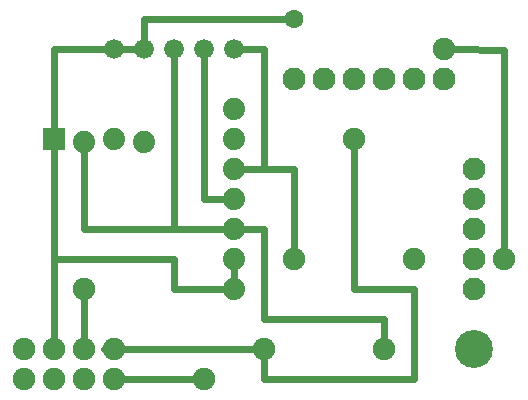
<source format=gbl>
G04 MADE WITH FRITZING*
G04 WWW.FRITZING.ORG*
G04 DOUBLE SIDED*
G04 HOLES PLATED*
G04 CONTOUR ON CENTER OF CONTOUR VECTOR*
%ASAXBY*%
%FSLAX23Y23*%
%MOIN*%
%OFA0B0*%
%SFA1.0B1.0*%
%ADD10C,0.075433*%
%ADD11C,0.075361*%
%ADD12C,0.074000*%
%ADD13C,0.075000*%
%ADD14C,0.062992*%
%ADD15C,0.066000*%
%ADD16C,0.076000*%
%ADD17C,0.126614*%
%ADD18C,0.024000*%
%ADD19R,0.001000X0.001000*%
%LNCOPPER0*%
G90*
G70*
G54D10*
X256Y400D03*
G54D11*
X56Y100D03*
X156Y100D03*
X256Y100D03*
X356Y100D03*
X356Y200D03*
X256Y200D03*
X156Y200D03*
X56Y200D03*
G54D12*
X756Y1000D03*
X756Y900D03*
X756Y800D03*
X756Y700D03*
X756Y600D03*
X756Y500D03*
X756Y400D03*
G54D13*
X956Y500D03*
X1356Y500D03*
G54D14*
X956Y1300D03*
G54D13*
X856Y200D03*
X1256Y200D03*
G54D10*
X1156Y900D03*
G54D15*
X356Y1200D03*
X456Y1200D03*
X556Y1200D03*
X656Y1200D03*
X756Y1200D03*
G54D16*
X956Y1100D03*
X1056Y1100D03*
X1156Y1100D03*
X1256Y1100D03*
X1356Y1100D03*
X1456Y1100D03*
G54D17*
X1556Y200D03*
G54D16*
X1556Y800D03*
X1556Y600D03*
X1556Y500D03*
X1556Y700D03*
X1556Y400D03*
G54D12*
X156Y900D03*
X256Y890D03*
X356Y900D03*
X456Y890D03*
G54D10*
X1456Y1200D03*
X1656Y500D03*
X656Y100D03*
G54D18*
X356Y200D02*
X827Y200D01*
D02*
X656Y1169D02*
X656Y700D01*
D02*
X324Y200D02*
X356Y200D01*
D02*
X656Y700D02*
X725Y700D01*
D02*
X556Y400D02*
X725Y400D01*
D02*
X956Y800D02*
X956Y528D01*
D02*
X556Y500D02*
X556Y400D01*
D02*
X787Y800D02*
X956Y800D01*
D02*
X256Y231D02*
X256Y371D01*
D02*
X756Y469D02*
X756Y431D01*
D02*
X856Y800D02*
X787Y800D01*
D02*
X156Y231D02*
X156Y500D01*
D02*
X856Y1200D02*
X856Y800D01*
D02*
X156Y500D02*
X556Y500D01*
D02*
X787Y1200D02*
X856Y1200D01*
D02*
X156Y869D02*
X156Y400D01*
D02*
X156Y400D02*
X156Y500D01*
D02*
X325Y1200D02*
X156Y1200D01*
D02*
X156Y1200D02*
X156Y931D01*
D02*
X425Y1200D02*
X387Y1200D01*
D02*
X856Y300D02*
X1256Y300D01*
D02*
X856Y600D02*
X856Y400D01*
D02*
X456Y1300D02*
X456Y1231D01*
D02*
X856Y400D02*
X856Y300D01*
D02*
X929Y1300D02*
X456Y1300D01*
D02*
X1256Y300D02*
X1256Y228D01*
D02*
X1156Y400D02*
X1356Y400D01*
D02*
X787Y600D02*
X856Y600D01*
D02*
X1356Y400D02*
X1356Y100D01*
D02*
X256Y859D02*
X256Y600D01*
D02*
X1156Y871D02*
X1156Y400D01*
D02*
X256Y600D02*
X556Y600D01*
D02*
X1356Y100D02*
X856Y100D01*
D02*
X556Y600D02*
X725Y600D01*
D02*
X856Y100D02*
X856Y171D01*
D02*
X556Y1169D02*
X556Y600D01*
D02*
X1658Y1197D02*
X1485Y1199D01*
D02*
X1656Y529D02*
X1658Y1197D01*
D02*
X387Y100D02*
X627Y100D01*
G54D19*
X119Y937D02*
X192Y937D01*
X119Y936D02*
X192Y936D01*
X119Y935D02*
X192Y935D01*
X119Y934D02*
X192Y934D01*
X119Y933D02*
X192Y933D01*
X119Y932D02*
X192Y932D01*
X119Y931D02*
X192Y931D01*
X119Y930D02*
X192Y930D01*
X119Y929D02*
X192Y929D01*
X119Y928D02*
X192Y928D01*
X119Y927D02*
X192Y927D01*
X119Y926D02*
X192Y926D01*
X119Y925D02*
X192Y925D01*
X119Y924D02*
X192Y924D01*
X119Y923D02*
X192Y923D01*
X119Y922D02*
X192Y922D01*
X119Y921D02*
X192Y921D01*
X119Y920D02*
X150Y920D01*
X161Y920D02*
X192Y920D01*
X119Y919D02*
X147Y919D01*
X164Y919D02*
X192Y919D01*
X119Y918D02*
X145Y918D01*
X166Y918D02*
X192Y918D01*
X119Y917D02*
X143Y917D01*
X167Y917D02*
X192Y917D01*
X119Y916D02*
X142Y916D01*
X169Y916D02*
X192Y916D01*
X119Y915D02*
X141Y915D01*
X170Y915D02*
X192Y915D01*
X119Y914D02*
X140Y914D01*
X171Y914D02*
X192Y914D01*
X119Y913D02*
X139Y913D01*
X172Y913D02*
X192Y913D01*
X119Y912D02*
X138Y912D01*
X172Y912D02*
X192Y912D01*
X119Y911D02*
X138Y911D01*
X173Y911D02*
X192Y911D01*
X119Y910D02*
X137Y910D01*
X174Y910D02*
X192Y910D01*
X119Y909D02*
X137Y909D01*
X174Y909D02*
X192Y909D01*
X119Y908D02*
X136Y908D01*
X174Y908D02*
X192Y908D01*
X119Y907D02*
X136Y907D01*
X175Y907D02*
X192Y907D01*
X119Y906D02*
X136Y906D01*
X175Y906D02*
X192Y906D01*
X119Y905D02*
X135Y905D01*
X175Y905D02*
X192Y905D01*
X119Y904D02*
X135Y904D01*
X176Y904D02*
X192Y904D01*
X119Y903D02*
X135Y903D01*
X176Y903D02*
X192Y903D01*
X119Y902D02*
X135Y902D01*
X176Y902D02*
X192Y902D01*
X119Y901D02*
X135Y901D01*
X176Y901D02*
X192Y901D01*
X119Y900D02*
X135Y900D01*
X176Y900D02*
X192Y900D01*
X119Y899D02*
X135Y899D01*
X176Y899D02*
X192Y899D01*
X119Y898D02*
X135Y898D01*
X176Y898D02*
X192Y898D01*
X119Y897D02*
X135Y897D01*
X175Y897D02*
X192Y897D01*
X119Y896D02*
X136Y896D01*
X175Y896D02*
X192Y896D01*
X119Y895D02*
X136Y895D01*
X175Y895D02*
X192Y895D01*
X119Y894D02*
X136Y894D01*
X175Y894D02*
X192Y894D01*
X119Y893D02*
X136Y893D01*
X174Y893D02*
X192Y893D01*
X119Y892D02*
X137Y892D01*
X174Y892D02*
X192Y892D01*
X119Y891D02*
X138Y891D01*
X173Y891D02*
X192Y891D01*
X119Y890D02*
X138Y890D01*
X173Y890D02*
X192Y890D01*
X119Y889D02*
X139Y889D01*
X172Y889D02*
X192Y889D01*
X119Y888D02*
X140Y888D01*
X171Y888D02*
X192Y888D01*
X119Y887D02*
X140Y887D01*
X170Y887D02*
X192Y887D01*
X119Y886D02*
X142Y886D01*
X169Y886D02*
X192Y886D01*
X119Y885D02*
X143Y885D01*
X168Y885D02*
X192Y885D01*
X119Y884D02*
X144Y884D01*
X167Y884D02*
X192Y884D01*
X119Y883D02*
X146Y883D01*
X165Y883D02*
X192Y883D01*
X119Y882D02*
X148Y882D01*
X162Y882D02*
X192Y882D01*
X119Y881D02*
X153Y881D01*
X158Y881D02*
X192Y881D01*
X119Y880D02*
X192Y880D01*
X119Y879D02*
X192Y879D01*
X119Y878D02*
X192Y878D01*
X119Y877D02*
X192Y877D01*
X119Y876D02*
X192Y876D01*
X119Y875D02*
X192Y875D01*
X119Y874D02*
X192Y874D01*
X119Y873D02*
X192Y873D01*
X119Y872D02*
X192Y872D01*
X119Y871D02*
X192Y871D01*
X119Y870D02*
X192Y870D01*
X119Y869D02*
X192Y869D01*
X119Y868D02*
X192Y868D01*
X119Y867D02*
X192Y867D01*
X119Y866D02*
X192Y866D01*
X119Y865D02*
X192Y865D01*
X119Y864D02*
X192Y864D01*
D02*
G04 End of Copper0*
M02*
</source>
